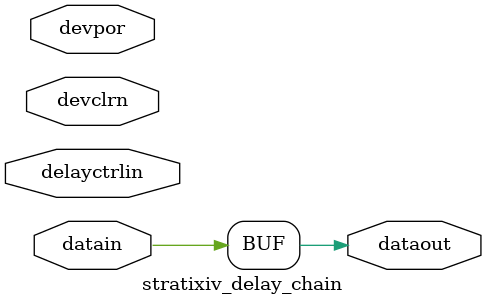
<source format=v>

module stratixiv_delay_chain(
// INTERFACE BEGIN
	datain, 
	delayctrlin,
	devclrn,
	devpor,
	dataout
// INTERFACE END
);

// GLOBAL PARAMETER DECLARATION
	parameter lpm_type = "stratixiv_delay_chain";
	parameter use_delayctrlin = "true";
	parameter delay_setting   = 0; // <0 - 15>

	input        datain;
	input  [3:0] delayctrlin;

	input devclrn;
	input devpor;

// OUTPUT PORTS
	output       dataout;

// IMPLEMENTATION BEGIN

	assign dataout = datain;

// IMPLEMENTATION END
endmodule
// MODEL END

</source>
